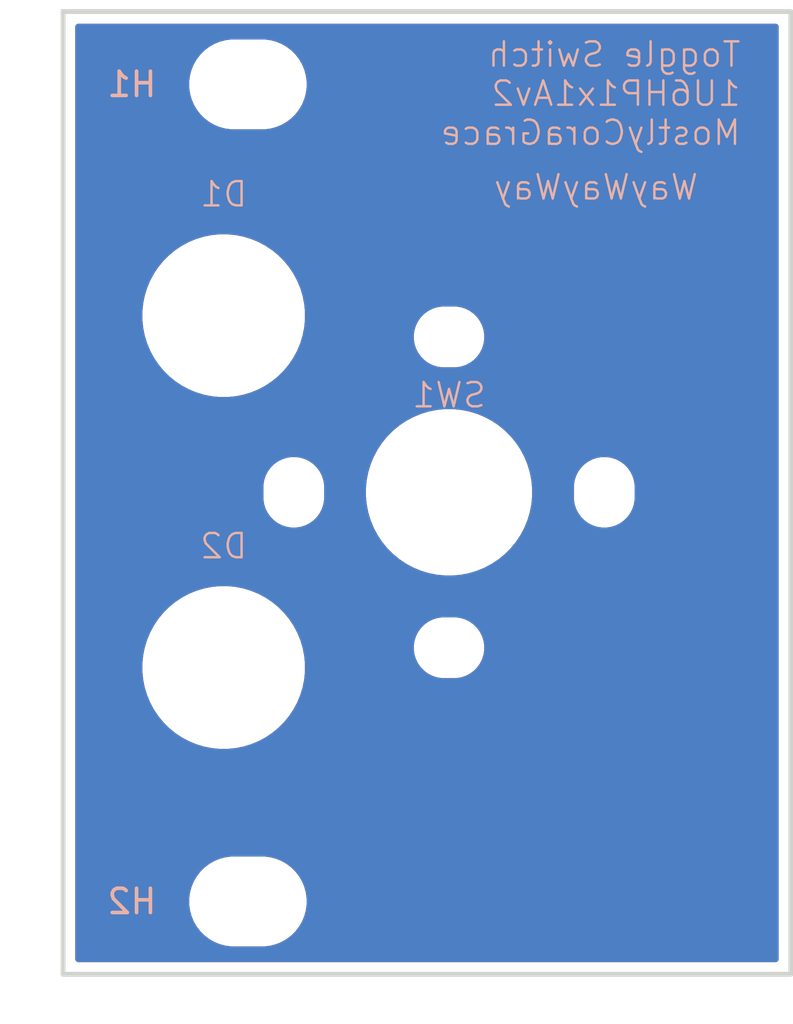
<source format=kicad_pcb>
(kicad_pcb (version 20241229) (generator "pcbnew") (generator_version "9.0")
  (layers (0 "F.Cu" signal) (2 "B.Cu" signal) (13 "F.Paste" user) (15 "B.Paste" user) (5 "F.SilkS" user "F.Silkscreen") (7 "B.SilkS" user "B.Silkscreen") (1 "F.Mask" user) (3 "B.Mask" user) (25 "Edge.Cuts" user))
  (net 0 "")
  (footprint "EXC:MountingHole_3.2mm_M3" (layer "F.Cu") (at 7.62 5.425)
    (property "Reference" "H1" (at -3.683 0 0) (layer "B.SilkS") (effects (justify left mirror)))
    (property "Value" "Eurorack_M3_MountingHole")
    (pad "" np_thru_hole oval (at 0 0) (size 4.34 3.2) (drill oval 4.34 3.2) (layers "*.Cu" "*.Mask"))
  )
  (footprint "EXC:MountingHole_3.2mm_M3" (layer "F.Cu") (at 7.62 39.075)
    (property "Reference" "H2" (at -3.683 0 0) (layer "B.SilkS") (effects (justify left mirror)))
    (property "Value" "Eurorack_M3_MountingHole")
    (pad "" np_thru_hole oval (at 0 0) (size 4.34 3.2) (drill oval 4.34 3.2) (layers "*.Cu" "*.Mask"))
  )
  (footprint "EXC:6mm_Panel_Mount_LED" (layer "F.Cu") (at 6.62 29.44)
    (property "Reference" "D2" (at 0 -5 0) (layer "B.SilkS") (effects (font (thickness 0.1)) (justify mirror)))
    (property "Value" "6mm_Panel_Mount_LED")
    (pad "" np_thru_hole circle (at 0 0) (size 6.2 6.2) (drill 6.2) (layers "*.Cu" "*.Mask"))
  )
  (footprint "EXC:SW_SPDT_M6.35_Panel_Mount" (layer "F.Cu") (at 15.91 22.225)
    (property "Reference" "SW1" (at 0 -4 0) (layer "B.SilkS") (effects (font (thickness 0.1)) (justify mirror)))
    (property "Value" "SW_SPST_M6.35_MOUNT")
    (pad "" np_thru_hole oval (at -6.4 0) (size 2 2.4) (drill oval 2 2.4) (layers "*.Cu" "*.Mask"))
    (pad "" np_thru_hole oval (at 0 -6.4) (size 2.4 2) (drill oval 2.4 2) (layers "*.Cu" "*.Mask"))
    (pad "" np_thru_hole circle (at 0 0) (size 6.35 6.35) (drill 6.35) (layers "*.Cu" "*.Mask"))
    (pad "" np_thru_hole oval (at 0 6.4008) (size 2.4 2) (drill oval 2.4 2) (layers "*.Cu" "*.Mask"))
    (pad "" np_thru_hole oval (at 6.4 0) (size 2 2.4) (drill oval 2 2.4) (layers "*.Cu" "*.Mask"))
  )
  (footprint "EXC:6mm_Panel_Mount_LED" (layer "F.Cu") (at 6.62 14.95)
    (property "Reference" "D1" (at 0 -5 0) (layer "B.SilkS") (effects (font (thickness 0.1)) (justify mirror)))
    (property "Value" "6mm_Panel_Mount_LED")
    (pad "" np_thru_hole circle (at 0 0) (size 6.2 6.2) (drill 6.2) (layers "*.Cu" "*.Mask"))
  )
  (gr_rect (start 0 2.425) (end 30 42.075) (stroke (width 0.2)) (fill no) (layer "Edge.Cuts"))
  (gr_text "Toggle Switch\n1U6HP1x1Av2\nMostlyCoraGrace" (at 28 8 0) (layer "B.SilkS") (effects (font (size 1 1) (thickness 0.1)) (justify left bottom mirror)))
  (gr_text "WayWayWay" (at 26.25 10.25 0) (layer "B.SilkS") (effects (font (size 1 1) (thickness 0.1)) (justify left bottom mirror)))
  (zone (net 0) (net_name "") (layers "F.Cu" "B.Cu") (connect_pads (clearance 0.5)) (min_thickness 0.25) (fill yes (thermal_gap 0.5) (thermal_bridge_width 0.5) (island_removal_mode 1) (island_area_min 10))
    (polygon (pts (xy 0 2.5) (xy 30 2.5) (xy 30 42) (xy 0 42)))
  )
)
</source>
